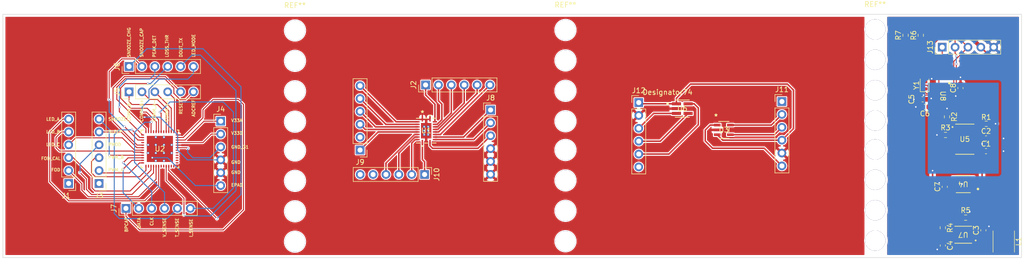
<source format=kicad_pcb>
(kicad_pcb (version 20241229) (generator "pcbnew") (generator_version "9.0")
  (layers (0 "F.Cu" signal) (2 "B.Cu" signal) (13 "F.Paste" user) (15 "B.Paste" user) (5 "F.SilkS" user "F.Silkscreen") (7 "B.SilkS" user "B.Silkscreen") (1 "F.Mask" user) (3 "B.Mask" user) (25 "Edge.Cuts" user))
  (net 0 "")
  (net 1 "Net-(J1-Pin_6)")
  (net 2 "Net-(J1-Pin_2)")
  (net 3 "Net-(J6-Pin_6)")
  (net 4 "Net-(J1-Pin_4)")
  (net 5 "Net-(J6-Pin_1)")
  (net 6 "Net-(J4-Pin_6)")
  (net 7 "Net-(J5-Pin_4)")
  (net 8 "Net-(J7-Pin_3)")
  (net 9 "Net-(J6-Pin_4)")
  (net 10 "Net-(J7-Pin_4)")
  (net 11 "Net-(J7-Pin_1)")
  (net 12 "Net-(J3-Pin_6)")
  (net 13 "Net-(J3-Pin_4)")
  (net 14 "Net-(J7-Pin_5)")
  (net 15 "Net-(J7-Pin_6)")
  (net 16 "Net-(J6-Pin_5)")
  (net 17 "Net-(J5-Pin_3)")
  (net 18 "Net-(J5-Pin_1)")
  (net 19 "Net-(J7-Pin_2)")
  (net 20 "Net-(J1-Pin_3)")
  (net 21 "Net-(J1-Pin_5)")
  (net 22 "Net-(J6-Pin_2)")
  (net 23 "Net-(J5-Pin_5)")
  (net 24 "Net-(J5-Pin_2)")
  (net 25 "Net-(J6-Pin_3)")
  (net 26 "Net-(J4-Pin_3)")
  (net 29 "V33D")
  (net 30 "V33A")
  (net 31 "Net-(J5-Pin_6)")
  (net 46 "GND")
  (net 47 "Net-(J2-Pin_4)")
  (net 48 "Net-(J2-Pin_5)")
  (net 49 "Net-(J2-Pin_1)")
  (net 50 "Net-(J2-Pin_6)")
  (net 51 "Net-(J2-Pin_3)")
  (net 52 "Net-(J2-Pin_2)")
  (net 53 "Net-(J8-Pin_2)")
  (net 54 "Net-(J8-Pin_3)")
  (net 55 "Net-(J8-Pin_1)")
  (net 56 "Net-(J9-Pin_1)")
  (net 57 "Net-(J10-Pin_2)")
  (net 58 "Net-(U8B-VCORE)")
  (net 59 "Net-(J10-Pin_3)")
  (net 60 "Net-(J10-Pin_4)")
  (net 61 "Net-(J11-Pin_3)")
  (net 62 "Net-(J11-Pin_6)")
  (net 63 "Net-(J11-Pin_4)")
  (net 64 "Net-(J11-Pin_2)")
  (net 65 "Net-(J12-Pin_4)")
  (net 66 "Net-(J12-Pin_3)")
  (net 67 "Net-(J9-Pin_3)")
  (net 68 "Net-(J10-Pin_1)")
  (net 69 "+1V8")
  (net 70 "RST")
  (net 71 "HOST_SDA")
  (net 72 "HOST_SCL")
  (net 73 "HR_INT")
  (net 74 "+5V")
  (net 75 "+3.3V")
  (net 76 "Net-(L1-Pad2)")
  (net 77 "SSR_SCL")
  (net 78 "SSR_SDA")
  (net 80 "Net-(U7-FB)")
  (net 94 "Net-(U8A-32KIN)")
  (net 98 "Net-(U8A-32KOUT)")
  (net 104 "Net-(J9-Pin_5)")
  (net 105 "Net-(J9-Pin_4)")
  (net 109 "Net-(J12-Pin_5)")
  (net 111 "Net-(J3-Pin_2)")
  (net 112 "Net-(J3-Pin_3)")
  (footprint "Connector_PinHeader_2.54mm:PinHeader_1x06_P2.54mm_Vertical" (layer "F.Cu") (at 61 98.65 180)
    (property "Reference" "J3")
    (property "Value" "Conn_01x06")
  )
  (footprint "" (layer "F.Cu") (at 153.03 92.05)
    (property "Reference" "")
    (property "Value" "")
  )
  (footprint "" (layer "F.Cu") (at 214.15 97.93)
    (property "Reference" "")
    (property "Value" "")
  )
  (footprint "Crystal:Crystal_SMD_2012-2Pin_2.0x1.2mm" (layer "F.Cu") (at 223.89 79.29 90)
    (property "Reference" "Y1")
    (property "Value" "32k768")
  )
  (footprint "Resistor_SMD:R_0603_1608Metric" (layer "F.Cu") (at 227.49 107.395002 -90)
    (property "Reference" "R4")
    (property "Value" "750K")
  )
  (footprint "" (layer "F.Cu") (at 153.03 110.05)
    (property "Reference" "")
    (property "Value" "")
  )
  (footprint "MountingHole:MountingHole_4mm" (layer "F.Cu") (at 153.03 68.37)
    (property "Reference" "REF**")
    (property "Value" "MountingHole_4mm")
  )
  (footprint "Connector_PinHeader_2.54mm:PinHeader_1x06_P2.54mm_Vertical" (layer "F.Cu") (at 167.49 82.69)
    (property "Reference" "J12")
    (property "Value" "Conn_01x06")
  )
  (footprint "Capacitor_SMD:C_0603_1608Metric" (layer "F.Cu") (at 230.9709 79.83 90)
    (property "Reference" "C8")
    (property "Value" "1u")
  )
  (footprint "PTPS7A2018PDBVR:DBV0005A-IPC_A" (layer "F.Cu") (at 231.52 98.77 180)
    (property "Reference" "U4")
    (property "Value" "PTPS7A2018PDBVR")
  )
  (footprint "MountingHole:MountingHole_4mm" (layer "F.Cu") (at 214.15 68.25)
    (property "Reference" "REF**")
    (property "Value" "MountingHole_4mm")
  )
  (footprint "" (layer "F.Cu") (at 99.66 86.46)
    (property "Reference" "")
    (property "Value" "")
  )
  (footprint "Connector_PinHeader_2.54mm:PinHeader_1x06_P2.54mm_Vertical" (layer "F.Cu") (at 112.5 92.06 180)
    (property "Reference" "J9")
    (property "Value" "Conn_01x06")
  )
  (footprint "Connector_PinHeader_2.54mm:PinHeader_1x06_P2.54mm_Vertical" (layer "F.Cu") (at 125.23 96.880001 -90)
    (property "Reference" "J10")
    (property "Value" "Conn_01x06")
  )
  (footprint "" (layer "F.Cu") (at 214.15 86.25)
    (property "Reference" "")
    (property "Value" "")
  )
  (footprint "Capacitor_SMD:C_0603_1608Metric" (layer "F.Cu") (at 227.49 110.895002 -90)
    (property "Reference" "C4")
    (property "Value" "22u")
  )
  (footprint "" (layer "F.Cu") (at 99.66 98.14)
    (property "Reference" "")
    (property "Value" "")
  )
  (footprint "" (layer "F.Cu") (at 99.66 92.14)
    (property "Reference" "")
    (property "Value" "")
  )
  (footprint "MountingHole:MountingHole_4mm" (layer "F.Cu") (at 99.66 68.46)
    (property "Reference" "REF**")
    (property "Value" "MountingHole_4mm")
  )
  (footprint "Capacitor_SMD:C_0603_1608Metric" (layer "F.Cu") (at 223.95 83.55 180)
    (property "Reference" "C6")
    (property "Value" "1u")
  )
  (footprint "" (layer "F.Cu") (at 214.15 91.93)
    (property "Reference" "")
    (property "Value" "")
  )
  (footprint "PTPS7A2018PDBVR:DBV0005A-IPC_A" (layer "F.Cu") (at 176.079517 83.880001)
    (property "Reference" "U6")
    (property "Value" "PTPS7A2018PDBVR")
  )
  (footprint "Connector_PinHeader_2.54mm:PinHeader_1x06_P2.54mm_Vertical" (layer "F.Cu") (at 195.74 82.49)
    (property "Reference" "J11")
    (property "Value" "Conn_01x06")
  )
  (footprint "Connector_PinHeader_2.54mm:PinHeader_1x06_P2.54mm_Vertical" (layer "F.Cu") (at 66.3 103.57 90)
    (property "Reference" "J7")
    (property "Value" "Conn_01x06")
  )
  (footprint "Resistor_SMD:R_0603_1608Metric" (layer "F.Cu") (at 228.32 85.5 -90)
    (property "Reference" "R2")
    (property "Value" "4K7")
  )
  (footprint "" (layer "F.Cu") (at 99.66 80.46)
    (property "Reference" "")
    (property "Value" "")
  )
  (footprint "Capacitor_SMD:C_0603_1608Metric" (layer "F.Cu") (at 236.01 92.28)
    (property "Reference" "C1")
    (property "Value" "10u")
  )
  (footprint "Resistor_SMD:R_0603_1608Metric" (layer "F.Cu") (at 228.02 89.08)
    (property "Reference" "R3")
    (property "Value" "4K7")
  )
  (footprint "Connector_PinHeader_2.54mm:PinHeader_1x06_P2.54mm_Vertical" (layer "F.Cu") (at 55 98.65 180)
    (property "Reference" "J1")
    (property "Value" "Conn_01x06")
  )
  (footprint "Inductor_SMD:L_APV_ANR4030" (layer "F.Cu") (at 239.51 110.11 -90)
    (property "Reference" "L1")
    (property "Value" "2u2")
  )
  (footprint "Connector_PinHeader_2.54mm:PinHeader_1x05_P2.54mm_Vertical" (layer "F.Cu") (at 227.37 71.76 90)
    (property "Reference" "J13")
    (property "Value" "Conn_01x05_Pin")
  )
  (footprint "" (layer "F.Cu") (at 214.15 109.93)
    (property "Reference" "")
    (property "Value" "")
  )
  (footprint "" (layer "F.Cu") (at 99.66 110.14)
    (property "Reference" "")
    (property "Value" "")
  )
  (footprint "PAM2401YPADJ:SON12_U-DFN3030-12_DIO-M" (layer "F.Cu") (at 231.52 108.77 180)
    (property "Reference" "U7")
    (property "Value" "PAM2401YPADJ")
  )
  (footprint "Capacitor_SMD:C_0603_1608Metric" (layer "F.Cu") (at 223.51 82.05 180)
    (property "Reference" "C5")
    (property "Value" "1u")
  )
  (footprint "" (layer "F.Cu") (at 153.03 80.37)
    (property "Reference" "")
    (property "Value" "")
  )
  (footprint "Resistor_SMD:R_0603_1608Metric" (layer "F.Cu") (at 231.99 105.395002)
    (property "Reference" "R5")
    (property "Value" "100K")
  )
  (footprint "Capacitor_SMD:C_0603_1608Metric" (layer "F.Cu") (at 236.02 89.77)
    (property "Reference" "C2")
    (property "Value" "100n")
  )
  (footprint "Connector_PinHeader_2.54mm:PinHeader_1x06_P2.54mm_Vertical" (layer "F.Cu") (at 66.92 80.57 90)
    (property "Reference" "J5")
    (property "Value" "Conn_01x06")
  )
  (footprint "Connector_PinHeader_2.54mm:PinHeader_1x06_P2.54mm_Vertical" (layer "F.Cu") (at 138.25 84.15)
    (property "Reference" "J8")
    (property "Value" "Conn_01x06")
  )
  (footprint "Resistor_SMD:R_0603_1608Metric" (layer "F.Cu") (at 223.14 69.415 90)
    (property "Reference" "R6")
    (property "Value" "4K7")
  )
  (footprint "" (layer "F.Cu") (at 214.15 103.93)
    (property "Reference" "")
    (property "Value" "")
  )
  (footprint "" (layer "F.Cu") (at 153.03 74.37)
    (property "Reference" "")
    (property "Value" "")
  )
  (footprint "Capacitor_SMD:C_0603_1608Metric" (layer "F.Cu") (at 227.869517 99.319999 90)
    (property "Reference" "C7")
    (property "Value" "1u")
  )
  (footprint "" (layer "F.Cu") (at 99.66 104.14)
    (property "Reference" "")
    (property "Value" "")
  )
  (footprint "BQ51013ARHLR:RHL20_2P05X3P05" (layer "F.Cu") (at 125.5463 88.24)
    (property "Reference" "U1")
    (property "Value" "BQ51013ARHLR")
  )
  (footprint "" (layer "F.Cu") (at 153.03 104.05)
    (property "Reference" "")
    (property "Value" "")
  )
  (footprint "Connector_PinHeader_2.54mm:PinHeader_1x06_P2.54mm_Vertical" (layer "F.Cu") (at 66.92 75.57 90)
    (property "Reference" "J6")
    (property "Value" "Conn_01x06")
  )
  (footprint "" (layer "F.Cu") (at 214.15 80.25)
    (property "Reference" "")
    (property "Value" "")
  )
  (footprint "Connector_PinHeader_2.54mm:PinHeader_1x06_P2.54mm_Vertical" (layer "F.Cu") (at 125.43 79.210001 90)
    (property "Reference" "J2")
    (property "Value" "Conn_01x06")
  )
  (footprint "" (layer "F.Cu") (at 153.03 86.37)
    (property "Reference" "")
    (property "Value" "")
  )
  (footprint "Capacitor_SMD:C_0603_1608Metric" (layer "F.Cu") (at 235.49 107.895002 90)
    (property "Reference" "C3")
    (property "Value" "10u")
  )
  (footprint "MCP73831T-2ACI-OT:SOT-23-5_MC_MCH" (layer "F.Cu") (at 184.2746 88.080001)
    (property "Reference" "U3")
    (property "Value" "MCP73831T-2ACI/OT")
  )
  (footprint "BQ500212ARGZT:RGZ0048A" (layer "F.Cu") (at 73 91.84)
    (property "Reference" "U2")
    (property "Value" "BQ500212ARGZT")
  )
  (footprint "MAX32664GTGA-T:21-100264_T2433&plus_2C_MXM" (layer "F.Cu") (at 227.51 81.4 -90)
    (property "Reference" "U8")
    (property "Value" "MAX32664GTGA+T")
  )
  (footprint "Resistor_SMD:R_0603_1608Metric" (layer "F.Cu") (at 220.14 69.415 90)
    (property "Reference" "R7")
    (property "Value" "4K7")
  )
  (footprint "MAX30101EFD-:21-1048_F143A5&plus_1_MXM" (layer "F.Cu") (at 231.825999 89.920001)
    (property "Reference" "U5")
    (property "Value" "MAX30101EFD+")
  )
  (footprint "" (layer "F.Cu") (at 214.15 74.25)
    (property "Reference" "")
    (property "Value" "")
  )
  (footprint "" (layer "F.Cu") (at 99.66 74.46)
    (property "Reference" "")
    (property "Value" "")
  )
  (footprint "Resistor_SMD:R_0603_1608Metric" (layer "F.Cu") (at 236.05 86.88 180)
    (property "Reference" "R1")
    (property "Value" "4K7")
  )
  (footprint "Connector_PinHeader_2.54mm:PinHeader_1x06_P2.54mm_Vertical" (layer "F.Cu") (at 85 86.37)
    (property "Reference" "J4")
    (property "Value" "Alim")
  )
  (footprint "" (layer "F.Cu") (at 153.03 98.05)
    (property "Reference" "")
    (property "Value" "")
  )
  (gr_rect (start 232.595 90.77) (end 233.445 91.42) (stroke (width 0.001)) (fill yes) (layer "F.Cu") (net 74))
  (gr_rect (start 229.57 108.445) (end 230.52 109.095) (stroke (width 0.001)) (fill yes) (layer "F.Cu") (net 74))
  (gr_rect (start 229.57 109.345) (end 230.52 109.995) (stroke (width 0.001)) (fill yes) (layer "F.Cu") (net 46))
  (gr_rect (start 226.22 82.83) (end 226.41 83.46) (stroke (width 0.001)) (fill yes) (layer "F.Cu") (net 78))
  (gr_poly (pts (xy 225.7044 80.0984) (xy 225.56 80.0984) (xy 225.5 80.28) (xy 225.73 80.3)) (stroke (width 0.001)) (fill yes) (layer "F.Cu") (net 46))
  (gr_rect (start 232.51 108.445) (end 233.46 109.095) (stroke (width 0.001)) (fill yes) (layer "F.Cu") (net 75))
  (gr_rect (start 42.02 65.27) (end 243.02 113.27) (stroke (width 0.1)) (fill no) (layer "Edge.Cuts"))
  (gr_text "V_SENSE" (at 74.25 109.32 90) (layer "F.SilkS") (effects (font (size 0.6 0.6) (thickness 0.125)) (justify left bottom)))
  (gr_text "PMOD" (at 62.75 91.32 0) (layer "F.SilkS") (effects (font (size 0.6 0.6) (thickness 0.125)) (justify left bottom)))
  (gr_text "I_SENSE" (at 79.5 109.32 90) (layer "F.SilkS") (effects (font (size 0.6 0.6) (thickness 0.125)) (justify left bottom)))
  (gr_text "LED_MODE" (at 80 73.82 90) (layer "F.SilkS") (effects (font (size 0.6 0.6) (thickness 0.125)) (justify left bottom)))
  (gr_text "DATA" (at 69.25 107.57 90) (layer "F.SilkS") (effects (font (size 0.6 0.6) (thickness 0.125)) (justify left bottom)))
  (gr_text "GND" (at 87 96.82 0) (layer "F.SilkS") (effects (font (size 0.6 0.6) (thickness 0.125)) (justify left bottom)))
  (gr_text "LOSS_THR" (at 74.75 73.82 90) (layer "F.SilkS") (effects (font (size 0.6 0.6) (thickness 0.125)) (justify left bottom)))
  (gr_text "RESET" (at 77.5 85.07 90) (layer "F.SilkS") (effects (font (size 0.6 0.6) (thickness 0.125)) (justify left bottom)))
  (gr_text "LED_A" (at 50.5 86.32 0) (layer "F.SilkS") (effects (font (size 0.6 0.6) (thickness 0.125)) (justify left bottom)))
  (gr_text "GND" (at 87 94.82 0) (layer "F.SilkS") (effects (font (size 0.6 0.6) (thickness 0.125)) (justify left bottom)))
  (gr_text "COMM_A-" (at 72.25 86.57 90) (layer "F.SilkS") (effects (font (size 0.6 0.6) (thickness 0.125)) (justify left bottom)))
  (gr_text "DOUT_TX" (at 77.5 73.82 90) (layer "F.SilkS") (effects (font (size 0.6 0.6) (thickness 0.125)) (justify left bottom)))
  (gr_text "EPAD" (at 87 99.32 0) (layer "F.SilkS") (effects (font (size 0.6 0.6) (thickness 0.125)) (justify left bottom)))
  (gr_text "PEAK_DET" (at 72.25 73.82 90) (layer "F.SilkS") (effects (font (size 0.6 0.6) (thickness 0.125)) (justify left bottom)))
  (gr_text "PWM_B" (at 62.75 93.82 0) (layer "F.SilkS") (effects (font (size 0.6 0.6) (thickness 0.125)) (justify left bottom)))
  (gr_text "FOD" (at 51.5 96.32 0) (layer "F.SilkS") (effects (font (size 0.6 0.6) (thickness 0.125)) (justify left bottom)))
  (gr_text "LED_B" (at 50.5 88.82 0) (layer "F.SilkS") (effects (font (size 0.6 0.6) (thickness 0.125)) (justify left bottom)))
  (gr_text "T_SENSE" (at 76.75 109.32 90) (layer "F.SilkS") (effects (font (size 0.6 0.6) (thickness 0.125)) (justify left bottom)))
  (gr_text "BPCAP" (at 66.75 108.32 90) (layer "F.SilkS") (effects (font (size 0.6 0.6) (thickness 0.125)) (justify left bottom)))
  (gr_text "GND_31" (at 87 91.82 0) (layer "F.SilkS") (effects (font (size 0.6 0.6) (thickness 0.125)) (justify left bottom)))
  (gr_text "ADCREF" (at 80 85.57 90) (layer "F.SilkS") (effects (font (size 0.6 0.6) (thickness 0.125)) (justify left bottom)))
  (gr_text "CLK" (at 71.75 107.07 90) (layer "F.SilkS") (effects (font (size 0.6 0.6) (thickness 0.125)) (justify left bottom)))
  (gr_text "SNOOZE_CHG" (at 67.25 73.82 90) (layer "F.SilkS") (effects (font (size 0.6 0.6) (thickness 0.125)) (justify left bottom)))
  (gr_text "SNOOZE_CAP" (at 69.75 73.82 90) (layer "F.SilkS") (effects (font (size 0.6 0.6) (thickness 0.125)) (justify left bottom)))
  (gr_text "SLEEP" (at 62.75 88.82 0) (layer "F.SilkS") (effects (font (size 0.6 0.6) (thickness 0.125)) (justify left bottom)))
  (gr_text "SNOOZE" (at 62.75 86.32 0) (layer "F.SilkS") (effects (font (size 0.6 0.6) (thickness 0.125)) (justify left bottom)))
  (gr_text "COMM_B+" (at 69.75 86.57 90) (layer "F.SilkS") (effects (font (size 0.6 0.6) (thickness 0.125)) (justify left bottom)))
  (gr_text "V33D" (at 87 89.07 0) (layer "F.SilkS") (effects (font (size 0.6 0.6) (thickness 0.125)) (justify left bottom)))
  (gr_text "LED_C" (at 50.5 91.32 0) (layer "F.SilkS") (effects (font (size 0.6 0.6) (thickness 0.125)) (justify left bottom)))
  (gr_text "FOD_CAL" (at 49.5 94.07 0) (layer "F.SilkS") (effects (font (size 0.6 0.6) (thickness 0.125)) (justify left bottom)))
  (gr_text "PWM_A" (at 62.75 96.32 0) (layer "F.SilkS") (effects (font (size 0.6 0.6) (thickness 0.125)) (justify left bottom)))
  (gr_text "V33A" (at 87 86.57 0) (layer "F.SilkS") (effects (font (size 0.6 0.6) (thickness 0.125)) (justify left bottom)))
  (gr_text "COMM_A+" (at 74.75 86.57 90) (layer "F.SilkS") (effects (font (size 0.6 0.6) (thickness 0.125)) (justify left bottom)))
  (gr_text "COMM_B-" (at 67.25 86.57 90) (layer "F.SilkS") (effects (font (size 0.6 0.6) (thickness 0.125)) (justify left bottom)))
  (segment (start 70 102.07) (end 72.75 99.32) (width 0.2) (layer "F.Cu") (net 1))
  (segment (start 51.25 98.32) (end 55 102.07) (width 0.2) (layer "F.Cu") (net 1))
  (segment (start 55 85.95) (end 53.87 85.95) (width 0.2) (layer "F.Cu") (net 1))
  (segment (start 51.25 88.57) (end 51.25 98.32) (width 0.2) (layer "F.Cu") (net 1))
  (segment (start 55 102.07) (end 70 102.07) (width 0.2) (layer "F.Cu") (net 1))
  (segment (start 53.87 85.95) (end 51.25 88.57) (width 0.2) (layer "F.Cu") (net 1))
  (segment (start 72.75 99.32) (end 72.75 95.24) (width 0.2) (layer "F.Cu") (net 1))
  (segment (start 55 96.11) (end 57.6 98.71) (width 0.2) (layer "F.Cu") (net 2))
  (segment (start 68.810135 101.259865) (end 72.25 97.82) (width 0.2) (layer "F.Cu") (net 2))
  (segment (start 72.25 97.82) (end 72.25 95.24) (width 0.2) (layer "F.Cu") (net 2))
  (segment (start 57.6 98.71) (end 57.6 99.985686) (width 0.2) (layer "F.Cu") (net 2))
  (segment (start 57.6 99.985686) (end 58.874179 101.259865) (width 0.2) (layer "F.Cu") (net 2))
  (segment (start 58.874179 101.259865) (end 68.810135 101.259865) (width 0.2) (layer "F.Cu") (net 2))
  (segment (start 72.25 88.44) (end 72.302224 88.387776) (width 0.2) (layer "F.Cu") (net 3))
  (segment (start 72.302224 86.519324) (end 70.3529 84.57) (width 0.2) (layer "F.Cu") (net 3))
  (segment (start 70.3529 84.57) (end 69.5 84.57) (width 0.2) (layer "F.Cu") (net 3))
  (segment (start 72.302224 88.387776) (end 72.302224 86.519324) (width 0.2) (layer "F.Cu") (net 3))
  (via (at 69.5 84.57) (size 0.41) (drill 0.3) (layers "F.Cu" "B.Cu") (net 3))
  (segment (start 78.5 78.07) (end 79.62 76.95) (width 0.2) (layer "B.Cu") (net 3))
  (segment (start 69.5 84.57) (end 69.5 83.57) (width 0.2) (layer "B.Cu") (net 3))
  (segment (start 70.849 82.221) (end 70.849 80.09324) (width 0.2) (layer "B.Cu") (net 3))
  (segment (start 69.5 83.57) (end 70.849 82.221) (width 0.2) (layer "B.Cu") (net 3))
  (segment (start 70.849 80.09324) (end 72.87224 78.07) (width 0.2) (layer "B.Cu") (net 3))
  (segment (start 79.62 76.95) (end 79.62 75.57) (width 0.2) (layer "B.Cu") (net 3))
  (segment (start 72.87224 78.07) (end 78.5 78.07) (width 0.2) (layer "B.Cu") (net 3))
  (segment (start 56.389 89.641) (end 65.571 89.641) (width 0.2) (layer "F.Cu") (net 4))
  (segment (start 65.571 89.641) (end 68.02 92.09) (width 0.2) (layer "F.Cu") (net 4))
  (segment (start 55 91.03) (end 56.389 89.641) (width 0.2) (layer "F.Cu") (net 4))
  (segment (start 68.02 92.09) (end 69.6 92.09) (width 0.2) (layer "F.Cu") (net 4))
  (segment (start 74.75 95.24) (end 74.75 96.07) (width 0.2) (layer "F.Cu") (net 5))
  (segment (start 74.75 96.07) (end 84.25 105.57) (width 0.2) (layer "F.Cu") (net 5))
  (via (at 84.25 105.57) (size 0.41) (drill 0.3) (layers "F.Cu" "B.Cu") (net 5))
  (segment (start 81.5 72.07) (end 70.42 72.07) (width 0.2) (layer "B.Cu") (net 5))
  (segment (start 84.25 105.57) (end 89 100.82) (width 0.2) (layer "B.Cu") (net 5))
  (segment (start 70.42 72.07) (end 66.92 75.57) (width 0.2) (layer "B.Cu") (net 5))
  (segment (start 89 100.82) (end 89 79.57) (width 0.2) (layer "B.Cu") (net 5))
  (segment (start 89 79.57) (end 81.5 72.07) (width 0.2) (layer "B.Cu") (net 5))
  (via (at 71.5 93.57) (size 0.41) (drill 0.3) (layers "F.Cu" "B.Cu") (net 6))
  (segment (start 74.5 93.57) (end 80 99.07) (width 0.2) (layer "B.Cu") (net 6))
  (segment (start 71.5 93.57) (end 74.5 93.57) (width 0.2) (layer "B.Cu") (net 6))
  (segment (start 80 99.07) (end 85 99.07) (width 0.2) (layer "B.Cu") (net 6))
  (segment (start 75.869999 88.320001) (end 75.75 88.44) (width 0.2) (layer "F.Cu") (net 7))
  (segment (start 74.54 80.57) (end 75.869999 81.899999) (width 0.2) (layer "F.Cu") (net 7))
  (segment (start 75.869999 81.899999) (end 75.869999 88.320001) (width 0.2) (layer "F.Cu") (net 7))
  (segment (start 69.6 93.59) (end 66.73 93.59) (width 0.2) (layer "F.Cu") (net 8))
  (segment (start 66.73 93.59) (end 65.75 94.57) (width 0.2) (layer "F.Cu") (net 8))
  (via (at 65.75 94.57) (size 0.41) (drill 0.3) (layers "F.Cu" "B.Cu") (net 8))
  (segment (start 71.38 103.57) (end 71.38 100.2) (width 0.2) (layer "B.Cu") (net 8))
  (segment (start 71.38 100.2) (end 65.75 94.57) (width 0.2) (layer "B.Cu") (net 8))
  (segment (start 65.25 81.82) (end 65.25 79.82) (width 0.2) (layer "F.Cu") (net 9))
  (segment (start 70.5 83.82) (end 67.25 83.82) (width 0.2) (layer "F.Cu") (net 9))
  (segment (start 67.25 83.82) (end 65.25 81.82) (width 0.2) (layer "F.Cu") (net 9))
  (segment (start 72.75 88.44) (end 72.75 86.07) (width 0.2) (layer "F.Cu") (net 9))
  (segment (start 66.125 78.945) (end 70.625 78.945) (width 0.2) (layer "F.Cu") (net 9))
  (segment (start 72.75 86.07) (end 70.5 83.82) (width 0.2) (layer "F.Cu") (net 9))
  (segment (start 65.25 79.82) (end 66.125 78.945) (width 0.2) (layer "F.Cu") (net 9))
  (via (at 70.625 78.945) (size 0.41) (drill 0.3) (layers "F.Cu" "B.Cu") (net 9))
  (segment (start 71.165 78.945) (end 70.625 78.945) (width 0.2) (layer "B.Cu") (net 9))
  (segment (start 74.54 75.57) (end 71.165 78.945) (width 0.2) (layer "B.Cu") (net 9))
  (segment (start 71.25 86.82) (end 71.25 88.44) (width 0.2) (layer "F.Cu") (net 10))
  (segment (start 71.35 86.57) (end 71.35 86.72) (width 0.2) (layer "F.Cu") (net 10))
  (segment (start 71.35 86.72) (end 71.25 86.82) (width 0.2) (layer "F.Cu") (net 10))
  (via (at 71.35 86.57) (size 0.41) (drill 0.3) (layers "F.Cu" "B.Cu") (net 10))
  (segment (start 70 86.57) (end 68 88.57) (width 0.2) (layer "B.Cu") (net 10))
  (segment (start 68 88.57) (end 68 94.504314) (width 0.2) (layer "B.Cu") (net 10))
  (segment (start 73.92 100.424315) (end 73.92 103.57) (width 0.2) (layer "B.Cu") (net 10))
  (segment (start 68 94.504314) (end 73.92 100.424315) (width 0.2) (layer "B.Cu") (net 10))
  (segment (start 71.35 86.57) (end 70 86.57) (width 0.2) (layer "B.Cu") (net 10))
  (segment (start 89.5 83.07) (end 88.5 82.07) (width 0.2) (layer "F.Cu") (net 11))
  (segment (start 77.604056 89.59) (end 76.4 89.59) (width 0.2) (layer "F.Cu") (net 11))
  (segment (start 89.5 103.82) (end 89.5 83.07) (width 0.2) (layer "F.Cu") (net 11))
  (segment (start 81.5 85.694056) (end 77.604056 89.59) (width 0.2) (layer "F.Cu") (net 11))
  (segment (start 69 107.82) (end 85.5 107.82) (width 0.2) (layer "F.Cu") (net 11))
  (segment (start 88.5 82.07) (end 83.5 82.07) (width 0.2) (layer "F.Cu") (net 11))
  (segment (start 81.5 84.07) (end 81.5 85.694056) (width 0.2) (layer "F.Cu") (net 11))
  (segment (start 85.5 107.82) (end 89.5 103.82) (width 0.2) (layer "F.Cu") (net 11))
  (segment (start 66.3 105.12) (end 69 107.82) (width 0.2) (layer "F.Cu") (net 11))
  (segment (start 66.3 103.57) (end 66.3 105.12) (width 0.2) (layer "F.Cu") (net 11))
  (segment (start 83.5 82.07) (end 81.5 84.07) (width 0.2) (layer "F.Cu") (net 11))
  (segment (start 63.02 93.09) (end 63 93.07) (width 0.2) (layer "F.Cu") (net 12))
  (segment (start 69.6 93.09) (end 63.02 93.09) (width 0.2) (layer "F.Cu") (net 12))
  (via (at 63 93.07) (size 0.41) (drill 0.3) (layers "F.Cu" "B.Cu") (net 12))
  (segment (start 63 87.95) (end 61 85.95) (width 0.2) (layer "B.Cu") (net 12))
  (segment (start 63 93.07) (end 63 87.95) (width 0.2) (layer "B.Cu") (net 12))
  (segment (start 59.5 100.82) (end 58.5 99.82) (width 0.2) (layer "F.Cu") (net 13))
  (segment (start 65.3529 88.49) (end 68.4529 91.59) (width 0.2) (layer "F.Cu") (net 13))
  (segment (start 58.5 99.82) (end 58.5 97.76) (width 0.2) (layer "F.Cu") (net 13))
  (segment (start 71.75 96.57) (end 67.5 100.82) (width 0.2) (layer "F.Cu") (net 13))
  (segment (start 69.6 91.59) (end 68.4529 91.59) (width 0.2) (layer "F.Cu") (net 13))
  (segment (start 67.5 100.82) (end 59.5 100.82) (width 0.2) (layer "F.Cu") (net 13))
  (segment (start 61 88.49) (end 65.3529 88.49) (width 0.2) (layer "F.Cu") (net 13))
  (segment (start 71.75 95.24) (end 71.75 96.57) (width 0.2) (layer "F.Cu") (net 13))
  (segment (start 58.5 97.76) (end 57.25 96.51) (width 0.2) (layer "F.Cu") (net 13))
  (via (at 57.25 96.51) (size 0.41) (drill 0.3) (layers "F.Cu" "B.Cu") (net 13))
  (segment (start 61 91.03) (end 57.25 94.78) (width 0.2) (layer "B.Cu") (net 13))
  (segment (start 57.25 94.78) (end 57.25 96.51) (width 0.2) (layer "B.Cu") (net 13))
  (segment (start 69.02 89.59) (end 69.6 89.59) (width 0.2) (layer "F.Cu") (net 14))
  (segment (start 67.5 88.07) (end 69.02 89.59) (width 0.2) (layer "F.Cu") (net 14))
  (via (at 67.5 88.07) (size 0.41) (drill 0.3) (layers "F.Cu" "B.Cu") (net 14))
  (segment (start 64 104.57) (end 64 89.07) (width 0.2) (layer "B.Cu") (net 14))
  (segment (start 64 89.07) (end 65 88.07) (width 0.2) (layer "B.Cu") (net 14))
  (segment (start 65 88.07) (end 67.5 88.07) (width 0.2) (layer "B.Cu") (net 14))
  (segment (start 65 105.57) (end 64 104.57) (width 0.2) (layer "B.Cu") (net 14))
  (segment (start 76.46 103.57) (end 74.46 105.57) (width 0.2) (layer "B.Cu") (net 14))
  (segment (start 74.46 105.57) (end 65 105.57) (width 0.2) (layer "B.Cu") (net 14))
  (segment (start 73.25 88.44) (end 73.171 88.44) (width 0.2) (layer "F.Cu") (net 15))
  (segment (start 73.25 88.44) (end 73.25 84.82) (width 0.2) (layer "F.Cu") (net 15))
  (segment (start 73.25 84.82) (end 73 84.57) (width 0.2) (layer "F.Cu") (net 15))
  (via (at 73 84.57) (size 0.41) (drill 0.3) (layers "F.Cu" "B.Cu") (net 15))
  (segment (start 87.5 99.57) (end 87.5 84.57) (width 0.2) (layer "B.Cu") (net 15))
  (segment (start 85.5 82.57) (end 75 82.57) (width 0.2) (layer "B.Cu") (net 15))
  (segment (start 79 103.57) (end 83.5 103.57) (width 0.2) (layer "B.Cu") (net 15))
  (segment (start 87.5 84.57) (end 85.5 82.57) (width 0.2) (layer "B.Cu") (net 15))
  (segment (start 83.5 103.57) (end 87.5 99.57) (width 0.2) (layer "B.Cu") (net 15))
  (segment (start 75 82.57) (end 73 84.57) (width 0.2) (layer "B.Cu") (net 15))
  (segment (start 77.75 101.57) (end 77.75 104.82) (width 0.2) (layer "F.Cu") (net 16))
  (segment (start 74.25 95.24) (end 74.25 98.07) (width 0.2) (layer "F.Cu") (net 16))
  (segment (start 74.25 98.07) (end 77.75 101.57) (width 0.2) (layer "F.Cu") (net 16))
  (via (at 77.75 104.82) (size 0.41) (drill 0.3) (layers "F.Cu" "B.Cu") (net 16))
  (segment (start 88 80.32) (end 81 73.32) (width 0.2) (layer "B.Cu") (net 16))
  (segment (start 83 105.07) (end 88 100.07) (width 0.2) (layer "B.Cu") (net 16))
  (segment (start 81 73.32) (end 79.33 73.32) (width 0.2) (layer "B.Cu") (net 16))
  (segment (start 79.33 73.32) (end 77.08 75.57) (width 0.2) (layer "B.Cu") (net 16))
  (segment (start 78 105.07) (end 83 105.07) (width 0.2) (layer "B.Cu") (net 16))
  (segment (start 77.75 104.82) (end 78 105.07) (width 0.2) (layer "B.Cu") (net 16))
  (segment (start 88 100.07) (end 88 80.32) (width 0.2) (layer "B.Cu") (net 16))
  (segment (start 72 80.57) (end 75.25 83.82) (width 0.2) (layer "F.Cu") (net 17))
  (segment (start 75.25 83.82) (end 75.25 88.44) (width 0.2) (layer "F.Cu") (net 17))
  (segment (start 67.500001 80.57) (end 66.92 80.57) (width 0.2) (layer "F.Cu") (net 18))
  (segment (start 66.92 80.57) (end 66.92 82.49) (width 0.2) (layer "F.Cu") (net 18))
  (segment (start 66.92 82.49) (end 67.5 83.07) (width 0.2) (layer "F.Cu") (net 18))
  (segment (start 72.5 83.07) (end 74.25 84.82) (width 0.2) (layer "F.Cu") (net 18))
  (segment (start 67.5 83.07) (end 72.5 83.07) (width 0.2) (layer "F.Cu") (net 18))
  (segment (start 74.25 84.82) (end 74.25 88.44) (width 0.2) (layer "F.Cu") (net 18))
  (segment (start 69.6 94.09) (end 67.48 94.09) (width 0.2) (layer "F.Cu") (net 19))
  (segment (start 67.48 94.09) (end 65.75 95.82) (width 0.2) (layer "F.Cu") (net 19))
  (via (at 65.75 95.82) (size 0.41) (drill 0.3) (layers "F.Cu" "B.Cu") (net 19))
  (segment (start 65.75 100.48) (end 65.75 95.82) (width 0.2) (layer "B.Cu") (net 19))
  (segment (start 68.84 103.57) (end 65.75 100.48) (width 0.2) (layer "B.Cu") (net 19))
  (segment (start 59.61 97.29) (end 59.61 99.54) (width 0.2) (layer "F.Cu") (net 20))
  (segment (start 71.25 96.01) (end 71.25 95.24) (width 0.2) (layer "F.Cu") (net 20))
  (segment (start 59.61 99.54) (end 60.21 100.14) (width 0.2) (layer "F.Cu") (net 20))
  (segment (start 67.12 100.14) (end 71.25 96.01) (width 0.2) (layer "F.Cu") (net 20))
  (segment (start 60.21 100.14) (end 67.12 100.14) (width 0.2) (layer "F.Cu") (net 20))
  (segment (start 55.89 93.57) (end 59.61 97.29) (width 0.2) (layer "F.Cu") (net 20))
  (segment (start 55 93.57) (end 55.89 93.57) (width 0.2) (layer "F.Cu") (net 20))
  (segment (start 55 88.49) (end 53.58 88.49) (width 0.2) (layer "F.Cu") (net 21))
  (segment (start 52.5 91.57) (end 53.19 92.26) (width 0.2) (layer "F.Cu") (net 21))
  (segment (start 69.183448 92.491) (end 69.203448 92.511) (width 0.2) (layer "F.Cu") (net 21))
  (segment (start 67.6229 92.26) (end 67.8539 92.491) (width 0.2) (layer "F.Cu") (net 21))
  (segment (start 53.58 88.49) (end 52.5 89.57) (width 0.2) (layer "F.Cu") (net 21))
  (segment (start 69.203448 92.511) (end 69.521 92.511) (width 0.2) (layer "F.Cu") (net 21))
  (segment (start 53.19 92.26) (end 67.6229 92.26) (width 0.2) (layer "F.Cu") (net 21))
  (segment (start 69.521 92.511) (end 69.6 92.59) (width 0.2) (layer "F.Cu") (net 21))
  (segment (start 67.8539 92.491) (end 69.183448 92.491) (width 0.2) (layer "F.Cu") (net 21))
  (segment (start 52.5 89.57) (end 52.5 91.57) (width 0.2) (layer "F.Cu") (net 21))
  (segment (start 69.46 75.57) (end 67.96 74.07) (width 0.2) (layer "F.Cu") (net 22))
  (segment (start 68.67 90.09) (end 66 87.42) (width 0.2) (layer "F.Cu") (net 22))
  (segment (start 67.96 74.07) (end 65.5 74.07) (width 0.2) (layer "F.Cu") (net 22))
  (segment (start 63 76.57) (end 63 82.07) (width 0.2) (layer "F.Cu") (net 22))
  (segment (start 69.6 90.09) (end 68.67 90.09) (width 0.2) (layer "F.Cu") (net 22))
  (segment (start 65.5 74.07) (end 63 76.57) (width 0.2) (layer "F.Cu") (net 22))
  (via (at 66 87.42) (size 0.41) (drill 0.3) (layers "F.Cu" "B.Cu") (net 22))
  (via (at 63 82.07) (size 0.41) (drill 0.3) (layers "F.Cu" "B.Cu") (net 22))
  (segment (start 63 84.57) (end 65.85 87.42) (width 0.2) (layer "B.Cu") (net 22))
  (segment (start 65.85 87.42) (end 66 87.42) (width 0.2) (layer "B.Cu") (net 22))
  (segment (start 63 82.07) (end 63 84.57) (width 0.2) (layer "B.Cu") (net 22))
  (segment (start 63.75 86.32) (end 68.52 91.09) (width 0.2) (layer "F.Cu") (net 23))
  (segment (start 68.52 91.09) (end 69.6 91.09) (width 0.2) (layer "F.Cu") (net 23))
  (segment (start 66 77.57) (end 63.75 79.82) (width 0.2) (layer "F.Cu") (net 23))
  (segment (start 77.08 80.57) (end 74.08 77.57) (width 0.2) (layer "F.Cu") (net 23))
  (segment (start 74.08 77.57) (end 66 77.57) (width 0.2) (layer "F.Cu") (net 23))
  (segment (start 63.75 79.82) (end 63.75 86.32) (width 0.2) (layer "F.Cu") (net 23))
  (segment (start 69.46 80.57) (end 70.96 82.07) (width 0.2) (layer "F.Cu") (net 24))
  (segment (start 72.5 82.07) (end 74.75 84.32) (width 0.2) (layer "F.Cu") (net 24))
  (segment (start 70.96 82.07) (end 72.5 82.07) (width 0.2) (layer "F.Cu") (net 24))
  (segment (start 74.75 84.32) (end 74.75 88.44) (width 0.2) (layer "F.Cu") (net 24))
  (segment (start 65 84.49) (end 65 83.57) (width 0.2) (layer "F.Cu") (net 25))
  (segment (start 69.6 89.09) (end 65 84.49) (width 0.2) (layer "F.Cu") (net 25))
  (via (at 65 83.57) (size 0.41) (drill 0.3) (layers "F.Cu" "B.Cu") (net 25))
  (segment (start 65 79.57) (end 66.5 78.07) (width 0.2) (layer "B.Cu") (net 25))
  (segment (start 71 78.07) (end 72 77.07) (width 0.2) (layer "B.Cu") (net 25))
  (segment (start 66.5 78.07) (end 71 78.07) (width 0.2) (layer "B.Cu") (net 25))
  (segment (start 65 83.57) (end 65 79.57) (width 0.2) (layer "B.Cu") (net 25))
  (segment (start 72 77.07) (end 72 75.57) (width 0.2) (layer "B.Cu") (net 25))
  (segment (start 78.4 91.59) (end 78.5 91.69) (width 0.2) (layer "F.Cu") (net 26))
  (segment (start 76.4 91.59) (end 78.4 91.59) (width 0.2) (layer "F.Cu") (net 26))
  (via (at 78.5 91.69) (size 0.41) (drill 0.3) (layers "F.Cu" "B.Cu") (net 26))
  (segment (start 82.88 93.57) (end 85 91.45) (width 0.2) (layer "B.Cu") (net 26))
  (segment (start 78.5 91.69) (end 78.5 92.57) (width 0.2) (layer "B.Cu") (net 26))
  (segment (start 79.5 93.57) (end 82.88 93.57) (width 0.2) (layer "B.Cu") (net 26))
  (segment (start 78.5 92.57) (end 79.5 93.57) (width 0.2) (layer "B.Cu") (net 26))
  (segment (start 76.4 90.59) (end 81.48 90.59) (width 0.2) (layer "F.Cu") (net 29))
  (segment (start 81.48 90.59) (end 83.16 88.91) (width 0.2) (layer "F.Cu") (net 29))
  (segment (start 83.16 88.91) (end 85 88.91) (width 0.2) (layer "F.Cu") (net 29))
  (segment (start 81.7 86.37) (end 85 86.37) (width 0.2) (layer "F.Cu") (net 30))
  (segment (start 76.4 90.09) (end 77.98 90.09) (width 0.2) (layer "F.Cu") (net 30))
  (segment (start 77.98 90.09) (end 81.7 86.37) (width 0.2) (layer "F.Cu") (net 30))
  (segment (start 79.62 80.57) (end 78.072241 82.117759) (width 0.2) (layer "F.Cu") (net 31))
  (segment (start 64.5 82.07) (end 70.25 87.82) (width 0.2) (layer "F.Cu") (net 31))
  (segment (start 77 82.117759) (end 75.75645 80.874209) (width 0.2) (layer "F.Cu") (net 31))
  (segment (start 70.25 87.82) (end 70.25 88.44) (width 0.2) (layer "F.Cu") (net 31))
  (segment (start 75.75645 79.81355) (end 73.9139 77.971) (width 0.2) (layer "F.Cu") (net 31))
  (segment (start 75.75645 80.874209) (end 75.75645 79.81355) (width 0.2) (layer "F.Cu") (net 31))
  (segment (start 64.5 79.6371) (end 64.5 82.07) (width 0.2) (layer "F.Cu") (net 31))
  (segment (start 78.072241 82.117759) (end 77 82.117759) (width 0.2) (layer "F.Cu") (net 31))
  (segment (start 66.1661 77.971) (end 64.5 79.6371) (width 0.2) (layer "F.Cu") (net 31))
  (segment (start 73.9139 77.971) (end 66.1661 77.971) (width 0.2) (layer "F.Cu") (net 31))
  (segment (start 234.0407 107.6293) (end 234.549998 107.120002) (width 0.3) (layer "F.Cu") (net 46))
  (segment (start 70 85.57) (end 70.5 85.57) (width 0.2) (layer "F.Cu") (net 46))
  (segment (start 230.631998 89.920001) (end 229.719999 89.920001) (width 0.3) (layer "F.Cu") (net 46))
  (segment (start 224.84 81.4) (end 226.06 81.4) (width 0.2) (layer "F.Cu") (net 46))
  (segment (start 236.795 89.77) (end 235.815 88.79) (width 0.3) (layer "F.Cu") (net 46))
  (segment (start 230.9709 79.055) (end 230.9709 77.71) (width 0.2) (layer "F.Cu") (net 46))
  (segment (start 224.67 81.23) (end 224.84 81.4) (width 0.2) (layer "F.Cu") (net 46))
  (segment (start 174.929034 83.880001) (end 168.839999 83.880001) (width 0.3) (layer "F.Cu") (net 46))
  (segment (start 222.735 82.05) (end 221.79 82.05) (width 0.2) (layer "F.Cu") (net 46))
  (segment (start 228.52 110.27) (end 228.895001 109.894999) (width 0.2) (layer "F.Cu") (net 46))
  (segment (start 227.869517 91.770483) (end 227.869517 98.544999) (width 0.3) (layer "F.Cu") (net 46))
  (segment (start 226.784999 98.544999) (end 226.78 98.54) (width 0.3) (layer "F.Cu") (net 46))
  (segment (start 233.02 89.120003) (end 232.189997 89.120003) (width 0.3) (layer "F.Cu") (net 46))
  (segment (start 227.869517 98.544999) (end 226.784999 98.544999) (width 0.3) (layer "F.Cu") (net 46))
  (segment (start 234.189997 89.120003) (end 233.02 89.120003) (width 0.3) (layer "F.Cu") (net 46))
  (segment (start 70.75 85.82) (end 70.75 88.44) (width 0.2) (layer "F.Cu") (net 46))
  (segment (start 223.68 81.23) (end 224.67 81.23) (width 0.2) (layer "F.Cu") (net 46))
  (segment (start 226.06 81.4) (end 227.51 81.4) (width 0.2) (layer "F.Cu") (net 46))
  (segment (start 232.99 107.6293) (end 234.0407 107.6293) (width 0.3) (layer "F.Cu") (net 46))
  (segment (start 232.815 105.395002) (end 232.815 106.275) (width 0.3) (layer "F.Cu") (net 46))
  (segment (start 193.89 90.8) (end 195.74 92.65) (width 0.3) (layer "F.Cu") (net 46))
  (segment (start 228.895001 109.894999) (end 230.05 109.894999) (width 0.2) (layer "F.Cu") (net 46))
  (segment (start 229.719999 89.920001) (end 227.869517 91.770483) (width 0.3) (layer "F.Cu") (net 46))
  (segment (start 232.189997 89.120003) (end 231.389999 89.920001) (width 0.3) (layer "F.Cu") (net 46))
  (segment (start 225.29 79.97) (end 225.5 80.18) (width 0.2) (layer "F.Cu") (net 46))
  (segment (start 228.119998 111.670002) (end 228.52 111.27) (width 0.2) (layer "F.Cu") (net 46))
  (segment (start 234.52 88.79) (end 234.189997 89.120003) (width 0.3) (layer "F.Cu") (net 46))
  (segment (start 228.52 111.27) (end 228.52 110.27) (width 0.2) (layer "F.Cu") (net 46))
  (segment (start 236.785 89.78) (end 236.795 89.77) (width 0.3) (layer "F.Cu") (net 46))
  (segment (start 232.670483 98.77) (end 231.29 98.77) (width 0.3) (layer "F.Cu") (net 46))
  (segment (start 236.589998 107.120002) (end 236.59 107.12) (width 0.3) (layer "F.Cu") (net 46))
  (segment (start 181.929999 88.080001) (end 181.46 88.55) (width 0.3) (layer "F.Cu") (net 46))
  (segment (start 223.175 83.55) (end 222.16 83.55) (width 0.2) (layer "F.Cu") (net 46))
  (segment (start 182.36 90.8) (end 193.89 90.8) (width 0.3) (layer "F.Cu") (net 46))
  (segment (start 227.49 111.670002) (end 228.119998 111.670002) (width 0.2) (layer "F.Cu") (net 46))
  (segment (start 182.9792 88.080001) (end 181.929999 88.080001) (width 0.3) (layer "F.Cu") (net 46))
  (segment (start 236.785 92.28) (end 239.47 92.28) (width 0.3) (layer "F.Cu") (net 46))
  (segment (start 236.795 89.77) (end 239.47 89.77) (width 0.3) (layer "F.Cu") (net 46))
  (segment (start 235.49 107.120002) (end 236.589998 107.120002) (width 0.3) (layer "F.Cu") (net 46))
  (segment (start 168.839999 83.880001) (end 167.49 85.23) (width 0.3) (layer "F.Cu") (net 46))
  (segment (start 181.46 88.55) (end 181.46 89.9) (width 0.3) (layer "F.Cu") (net 46))
  (segment (start 234.549998 107.120002) (end 235.49 107.120002) (width 0.3) (layer "F.Cu") (net 46))
  (segment (start 232.815 105.395002) (end 232.815 104.235) (width 0.3) (layer "F.Cu") (net 46))
  (segment (start 225.29 77.98) (end 225.29 79.97) (width 0.2) (layer "F.Cu") (net 46))
  (segment (start 232.815 104.235) (end 232.82 104.23) (width 0.3) (layer "F.Cu") (net 46))
  (segment (start 232.99 106.45) (end 232.99 107.6293) (width 0.3) (layer "F.Cu") (net 46))
  (segment (start 235.815 88.79) (end 234.52 88.79) (width 0.3) (layer "F.Cu") (net 46))
  (segment (start 181.46 89.9) (end 182.36 90.8) (width 0.3) (layer "F.Cu") (net 46))
  (segment (start 231.389999 89.920001) (end 230.631998 89.920001) (width 0.3) (layer "F.Cu") (net 46))
  (segment (start 232.815 106.275) (end 232.99 106.45) (width 0.3) (layer "F.Cu") (net 46))
  (segment (start 70.5 85.57) (end 70.75 85.82) (width 0.2) (layer "F.Cu") (net 46))
  (segment (start 227.49 111.670002) (end 226.390002 111.670002) (width 0.3) (layer "F.Cu") (net 46))
  (segment (start 84.92 94.07) (end 85 93.99) (width 0.2) (layer "F.Cu") (net 46))
  (segment (start 226.390002 111.670002) (end 226.39 111.67) (width 0.3) (layer "F.Cu") (net 46))
  (via (at 225.29 77.98) (size 0.41) (drill 0.3) (layers "F.Cu" "B.Cu") (net 46))
  (via (at 239.47 89.77) (size 0.41) (drill 0.3) (layers "F.Cu" "B.Cu") (net 46))
  (via (at 230.9709 77.71) (size 0.41) (drill 0.3) (layers "F.Cu" "B.Cu") (net 46))
  (via (at 223.68 81.23) (size 0.41) (drill 0.3) (layers "F.Cu" "B.Cu") (net 46))
  (via (at 231.29 98.77) (size 0.41) (drill 0.3) (layers "F.Cu" "B.Cu") (net 46))
  (via (at 236.59 107.12) (size 0.41) (drill 0.3) (layers "F.Cu" "B.Cu") (net 46))
  (via (at 232.82 104.23) (size 0.41) (drill 0.3) (layers "F.Cu" "B.Cu") (net 46))
  (via (at 226.39 111.67) (size 0.41) (drill 0.3) (layers "F.Cu" "B.Cu") (net 46))
  (via (at 222.16 83.55) (size 0.41) (drill 0.3) (layers "F.Cu" "B.Cu") (net 46))
  (via (at 221.79 82.05) (size 0.41) (drill 0.3) (layers "F.Cu" "B.Cu") (net 46))
  (via (at 226.78 98.54) (size 0.41) (drill 0.3) (layers "F.Cu" "B.Cu") (net 46))
  (via (at 70 85.57) (size 0.41) (drill 0.3) (layers "F.Cu" "B.Cu") (net 46))
  (via (at 239.47 92.28) (size 0.41) (drill 0.3) (layers "F.Cu" "B.Cu") (net 46))
  (segment (start 70 85.57) (end 73 85.57) (width 0.2) (layer "B.Cu") (net 46))
  (segment (start 76.5 92.07) (end 78.42 93.99) (width 0.2) (layer "B.Cu") (net 46))
  (segment (start 78.42 93.99) (end 85 93.99) (width 0.2) (layer "B.Cu") (net 46))
  (segment (start 73 85.57) (end 76.5 89.07) (width 0.2) (layer "B.Cu") (net 46))
  (segment (start 76.5 89.07) (end 76.5 92.07) (width 0.2) (layer "B.Cu") (net 46))
  (segment (start 127.2713 87.99) (end 127.838299 87.99) (width 0.3) (layer "F.Cu") (net 47))
  (segment (start 133.05 82.778299) (end 133.05 79.210001) (width 0.3) (layer "F.Cu") (net 47))
  (segment (start 127.838299 87.99) (end 133.05 82.778299) (width 0.3) (layer "F.Cu") (net 47))
  (segment (start 127.2713 88.49) (end 127.9963 88.49) (width 0.3) (layer "F.Cu") (net 48))
  (segment (start 127.9963 88.49) (end 135.59 80.8963) (width 0.3) (layer "F.Cu") (net 48))
  (segment (start 135.59 80.8963) (end 135.59 79.210001) (width 0.3) (layer "F.Cu") (net 48))
  (segment (start 125.43 81.18) (end 125.43 79.210001) (width 0.3) (layer "F.Cu") (net 49))
  (segment (start 119.630001 86.490001) (end 112.5 79.36) (width 0.3) (layer "F.Cu") (net 49))
  (segment (start 127.2713 86.490001) (end 127.2713 83.0213) (width 0.3) (layer "F.Cu") (net 49))
  (segment (start 127.2713 83.0213) (end 125.43 81.18) (width 0.3) (layer "F.Cu") (net 49))
  (segment (start 123.8213 86.490001) (end 119.630001 86.490001) (width 0.3) (layer "F.Cu") (net 49))
  (segment (start 127.2713 88.990001) (end 128.35 88.990001) (width 0.3) (layer "F.Cu") (net 50))
  (segment (start 128.35 88.990001) (end 138.13 79.210001) (width 0.3) (layer "F.Cu") (net 50))
  (segment (start 130.51 84.751199) (end 130.51 79.210001) (width 0.3) (layer "F.Cu") (net 51))
  (segment (start 127.7712 87.489999) (end 130.51 84.751199) (width 0.3) (layer "F.Cu") (net 51))
  (segment (start 127.2713 87.489999) (end 127.7712 87.489999) (width 0.3) (layer "F.Cu") (net 51))
  (segment (start 128.64 83.01) (end 127.97 82.34) (width 0.3) (layer "F.Cu") (net 52))
  (segment (start 128.64 86.054099) (end 128.64 83.01) (width 0.3) (layer "F.Cu") (net 52))
  (segment (start 127.2713 86.99) (end 127.704099 86.99) (width 0.3) (layer "F.Cu") (net 52))
  (segment (start 127.704099 86.99) (end 128.64 86.054099) (width 0.3) (layer "F.Cu") (net 52))
  (segment (start 127.97 82.34) (end 127.97 79.210001) (width 0.3) (layer "F.Cu") (net 52))
  (segment (start 134.950001 89.989999) (end 138.25 86.69) (width 0.3) (layer "F.Cu") (net 53))
  (segment (start 127.2713 89.989999) (end 134.950001 89.989999) (width 0.3) (layer "F.Cu") (net 53))
  (segment (start 126.81 91.72) (end 135.76 91.72) (width 0.3) (layer "F.Cu") (net 54))
  (segment (start 126.296301 91.206301) (end 126.81 91.72) (width 0.3) (layer "F.Cu") (net 54))
  (segment (start 135.76 91.72) (end 138.25 89.23) (width 0.3) (layer "F.Cu") (net 54))
  (segment (start 126.296301 90.464999) (end 126.296301 91.206301) (width 0.3) (layer "F.Cu") (net 54))
  (segment (start 138.25 84.16) (end 138.25 84.15) (width 0.3) (layer "F.Cu") (net 55))
  (segment (start 127.2713 89.49) (end 132.92 89.49) (width 0.3) (layer "F.Cu") (net 55))
  (segment (start 132.92 89.49) (end 138.25 84.16) (width 0.3) (layer "F.Cu") (net 55))
  (segment (start 123.8213 88.49) (end 116.07 88.49) (width 0.3) (layer "F.Cu") (net 56))
  (segment (start 116.07 88.49) (end 112.5 92.06) (width 0.3) (layer "F.Cu") (net 56))
  (segment (start 122.69 90.6885) (end 122.69 96.880001) (width 0.3) (layer "F.Cu") (net 57))
  (segment (start 123.8213 89.989999) (end 123.388501 89.989999) (width 0.3) (layer "F.Cu") (net 57))
  (segment (start 123.388501 89.989999) (end 122.69 90.6885) (width 0.3) (layer "F.Cu") (net 57))
  (segment (start 224.725 82.975) (end 225.499999 82.200001) (width 0.2) (layer "F.Cu") (net 58))
  (segment (start 225.499999 82.200001) (end 226.06 82.200001) (width 0.2) (layer "F.Cu") (net 58))
  (segment (start 224.725 83.55) (end 224.725 82.975) (width 0.2) (layer "F.Cu") (net 58))
  (segment (start 123.8213 89.49) (end 123.3214 89.49) (width 0.3) (layer "F.Cu") (net 59))
  (segment (start 123.3214 89.49) (end 120.15 92.6614) (width 0.3) (layer "F.Cu") (net 59))
  (segment (start 120.15 92.6614) (end 120.15 96.880001) (width 0.3) (layer "F.Cu") (net 59))
  (segment (start 117.61 94.6343) (end 117.61 96.880001) (width 0.3) (layer "F.Cu") (net 60))
  (segment (start 123.8213 88.990001) (end 123.254299 88.990001) (width 0.3) (layer "F.Cu") (net 60))
  (segment (start 123.254299 88.990001) (end 117.61 94.6343) (width 0.3) (layer "F.Cu") (net 60))
  (segment (start 194.279998 89.030002) (end 195.74 87.57) (width 0.3) (layer "F.Cu") (net 61))
  (segment (start 185.57 89.030002) (end 194.279998 89.030002) (width 0.3) (layer "F.Cu") (net 61))
  (segment (start 180.61 90.26) (end 182.05 91.7) (width 0.3) (layer "F.Cu") (net 62))
  (segment (start 192.25 91.7) (end 195.74 95.19) (width 0.3) (layer "F.Cu") (net 62))
  (segment (start 180.61 88.11) (end 180.61 90.26) (width 0.3) (layer "F.Cu") (net 62))
  (segment (start 182.9792 87.13) (end 181.59 87.13) (width 0.3) (layer "F.Cu") (net 62))
  (segment (start 181.59 87.13) (end 180.61 88.11) (width 0.3) (layer "F.Cu") (net 62))
  (segment (start 182.05 91.7) (end 192.25 91.7) (width 0.3) (layer "F.Cu") (net 62))
  (segment (start 196.82 79.04) (end 177.72 79.04) (width 0.3) (layer "F.Cu") (net 63))
  (segment (start 182.9792 89.030002) (end 184.059198 90.11) (width 0.3) (layer "F.Cu") (net 63))
  (segment (start 198.02 80.24) (end 196.82 79.04) (width 0.3) (layer "F.Cu") (net 63))
  (segment (start 195.74 90.11) (end 198.02 87.83) (width 0.3) (layer "F.Cu") (net 63))
  (segment (start 174.929034 81.830966) (end 174.929034 82.93) (width 0.3) (layer "F.Cu") (net 63))
  (segment (start 198.02 87.83) (end 198.02 80.24) (width 0.3) (layer "F.Cu") (net 63))
  (segment (start 177.72 79.04) (end 174.929034 81.830966) (width 0.3) (layer "F.Cu") (net 63))
  (segment (start 184.059198 90.11) (end 195.74 90.11) (width 0.3) (layer "F.Cu") (net 63))
  (segment (start 174.929034 82.93) (end 167.73 82.93) (width 0.3) (layer "F.Cu") (net 63))
  (segment (start 167.73 82.93) (end 167.49 82.69) (width 0.3) (layer "F.Cu") (net 63))
  (segment (start 185.57 87.13) (end 193.64 87.13) (width 0.3) (layer "F.Cu") (net 64))
  (segment (start 193.64 87.13) (end 195.74 85.03) (width 0.3) (layer "F.Cu") (net 64))
  (segment (start 171.750002 90.31) (end 167.49 90.31) (width 0.3) (layer "F.Cu") (net 65))
  (segment (start 177.23 84.830002) (end 171.750002 90.31) (width 0.3) (layer "F.Cu") (net 65))
  (segment (start 174.929034 84.830002) (end 170.429998 84.830002) (width 0.3) (layer "F.Cu") (net 66))
  (segment (start 170.429998 84.830002) (end 167.49 87.77) (width 0.3) (layer "F.Cu") (net 66))
  (segment (start 113.51 87.99) (end 112.5 86.98) (width 0.3) (layer "F.Cu") (net 67))
  (segment (start 123.8213 87.99) (end 113.51 87.99) (width 0.3) (layer "F.Cu") (net 67))
  (segment (start 124.796299 90.464999) (end 124.796299 93.936299) (width 0.3) (layer "F.Cu") (net 68))
  (segment (start 125.23 94.37) (end 125.23 96.880001) (width 0.3) (layer "F.Cu") (net 68))
  (segment (start 124.796299 93.936299) (end 125.23 94.37) (width 0.3) (layer "F.Cu") (net 68))
  (segment (start 234.199999 89.920001) (end 234.35 89.77) (width 0.3) (layer "F.Cu") (net 69))
  (segment (start 237.88 86.88) (end 237.89 86.87) (width 0.3) (layer "F.Cu") (net 69))
  (segment (start 225.47 96.12) (end 225.47 98.36) (width 0.3) (layer "F.Cu") (net 69))
  (segment (start 227.195 89.08) (end 226.33 89.08) (width 0.2) (layer "F.Cu") (net 69))
  (segment (start 225.280001 81.799999) (end 225.2 81.88) (width 0.2) (layer "F.Cu") (net 69))
  (segment (start 230.369517 99.720001) (end 229.139999 99.720001) (width 0.3) (layer "F.Cu") (net 69))
  (segment (start 225.03 82.05) (end 225.2 81.88) (width 0.2) (layer "F.Cu") (net 69))
  (segment (start 228.32 84.675) (end 228.32 83.86) (width 0.2) (layer "F.Cu") (net 69))
  (segment (start 225.47 98.36) (end 227.204999 100.094999) (width 0.3) (layer "F.Cu") (net 69))
  (segment (start 234.35 89.77) (end 235.245 89.77) (width 0.3) (layer "F.Cu") (net 69))
  (segment (start 236.875 86.88) (end 237.88 86.88) (width 0.3) (layer "F.Cu") (net 69))
  (segment (start 227.204999 100.094999) (end 227.869517 100.094999) (width 0.3) (layer "F.Cu") (net 69))
  (segment (start 228.96 81.4) (end 230.0409 81.4) (width 0.2) (layer "F.Cu") (net 69))
  (segment (start 235.245 89.77) (end 235.245 90.845) (width 0.3) (layer "F.Cu") (net 69))
  (segment (start 224.285 82.05) (end 225.03 82.05) (width 0.2) (layer "F.Cu") (net 69))
  (segment (start 235.245 90.845) (end 235.24 90.85) (width 0.3) (layer "F.Cu") (net 69))
  (segment (start 229.139999 99.720001) (end 228.765001 100.094999) (width 0.3) (layer "F.Cu") (net 69))
  (segment (start 230.9709 80.605) (end 230.9709 81.12) (width 0.2) (layer "F.Cu") (net 69))
  (segment (start 233.02 89.920001) (end 234.199999 89.920001) (width 0.3) (layer "F.Cu") (net 69))
  (segment (start 230.9709 81.12) (end 230.6909 81.4) (width 0.2) (layer "F.Cu") (net 69))
  (segment (start 228.765001 100.094999) (end 227.869517 100.094999) (width 0.3) (layer "F.Cu") (net 69))
  (segment (start 230.6909 81.4) (end 230.0409 81.4) (width 0.2) (layer "F.Cu") (net 69))
  (segment (start 226.06 81.799999) (end 225.280001 81.799999) (width 0.2) (layer "F.Cu") (net 69))
  (via (at 230.0409 81.4) (size 0.41) (drill 0.3) (layers "F.Cu" "B.Cu") (net 69))
  (via (at 225.2 81.88) (size 0.41) (drill 0.3) (layers "F.Cu" "B.Cu") (net 69))
  (via (at 226.33 89.08) (size 0.41) (drill 0.3) (layers "F.Cu" "B.Cu") (net 69))
  (via (at 237.89 86.87) (size 0.41) (drill 0.3) (layers "F.Cu" "B.Cu") (net 69))
  (via (at 228.32 83.86) (size 0.41) (drill 0.3) (layers "F.Cu" "B.Cu") (net 69))
  (via (at 225.47 96.12) (size 0.41) (drill 0.3) (layers "F.Cu" "B.Cu") (net 69))
  (via (at 235.24 90.85) (size 0.41) (drill 0.3) (layers "F.Cu" "B.Cu") (net 69))
  (segment (start 227.37 73.59) (end 227.37 71.76) (width 0.2) (layer "F.Cu") (net 70))
  (segment (start 226.709999 79.95) (end 226.709999 74.250001) (width 0.2) (layer "F.Cu") (net 70))
  (segment (start 226.709999 74.250001) (end 227.37 73.59) (width 0.2) (layer "F.Cu") (net 70))
  (segment (start 228.96 80.599999) (end 229.5156 80.599999) (width 0.2) (layer "F.Cu") (net 71))
  (segment (start 227.352314 68.91) (end 229.6 68.91) (width 0.2) (layer "F.Cu") (net 71))
  (segment (start 229.5156 80.599999) (end 229.65 80.465599) (width 0.2) (layer "F.Cu") (net 71))
  (segment (start 226.022314 70.24) (end 227.352314 68.91) (width 0.2) (layer "F.Cu") (net 71))
  (segment (start 223.14 70.24) (end 226.022314 70.24) (width 0.2) (layer "F.Cu") (net 71))
  (segment (start 229.65 74.56) (end 230.41 73.8) (width 0.2) (layer "F.Cu") (net 71))
  (segment (start 229.65 80.465599) (end 229.65 74.56) (width 0.2) (layer "F.Cu") (net 71))
  (segment (start 230.41 73.8) (end 232.45 71.76) (width 0.2) (layer "F.Cu") (net 71))
  (segment (start 229.6 68.91) (end 232.45 71.76) (width 0.2) (layer "F.Cu") (net 71))
  (segment (start 229.91 71.76) (end 229.91 70.22) (width 0.2) (layer "F.Cu") (net 72))
  (segment (start 229.539999 81.000001) (end 230.15 80.39) (width 0.2) (layer "F.Cu") (net 72))
  (segment (start 229.91 72.94) (end 229.91 71.76) (width 0.2) (layer "F.Cu") (net 72))
  (segment (start 230.148621 73.178621) (end 229.91 72.94) (width 0.2) (layer "F.Cu") (net 72))
  (segment (start 220.841 70.941) (end 220.14 70.24) (width 0.2) (layer "F.Cu") (net 72))
  (segment (start 227.426 69.402) (end 225.887 70.941) (width 0.2) (layer "F.Cu") (net 72))
  (segment (start 230.148621 73.488621) (end 230.148621 73.178621) (width 0.2) (layer "F.Cu") (net 72))
  (segment (start 229.092 69.402) (end 227.426 69.402) (width 0.2) (layer "F.Cu") (net 72))
  (segment (start 230.15 80.39) (end 230.15 75.08) (width 0.2) (layer "F.Cu") (net 72))
  (segment (start 229.91 70.22) (end 229.092 69.402) (width 0.2) (layer "F.Cu") (net 72))
  (segment (start 225.887 70.941) (end 220.841 70.941) (width 0.2) (layer "F.Cu") (net 72))
  (segment (start 228.96 81.000001) (end 229.539999 81.000001) (width 0.2) (layer "F.Cu") (net 72))
  (via (at 230.148621 73.488621) (size 0.41) (drill 0.3) (layers "F.Cu" "B.Cu") (net 72))
  (via (at 230.15 75.08) (size 0.41) (drill 0.3) (layers "F.Cu" "B.Cu") (net 72))
  (segment (start 230.15 75.08) (end 230.15 73.49) (width 0.2) (layer "B.Cu") (net 72))
  (segment (start 230.15 73.49) (end 230.148621 73.488621) (width 0.2) (layer "B.Cu") (net 72))
  (segment (start 233.02 88.320002) (end 233.751 88.320002) (width 0.3) (layer "F.Cu") (net 73))
  (segment (start 233.02 88.320002) (end 232.520002 88.320002) (width 0.2) (layer "F.Cu") (net 73))
  (segment (start 233.02 88.320002) (end 232.684201 88.320002) (width 0.1) (layer "F.Cu") (net 73))
  (segment (start 232.520002 88.320002) (end 232.3 88.1) (width 0.2) (layer "F.Cu") (net 73))
  (segment (start 228.310001 83.191459) (end 228.310001 82.85) (width 0.2) (layer "F.Cu") (net 73))
  (segment (start 234.24 87.35) (end 234.71 86.88) (width 0.3) (layer "F.Cu") (net 73))
  (segment (start 233.751 88.320002) (end 234.24 87.831002) (width 0.3) (layer "F.Cu") (net 73))
  (segment (start 232.3 87.181458) (end 228.310001 83.191459) (width 0.2) (layer "F.Cu") (net 73))
  (segment (start 234.71 86.88) (end 235.225 86.88) (width 0.3) (layer "F.Cu") (net 73))
  (segment (start 232.3 88.1) (end 232.3 87.181458) (width 0.2) (layer "F.Cu") (net 73))
  (segment (start 234.24 87.831002) (end 234.24 87.35) (width 0.3) (layer "F.Cu") (net 73))
  (segment (start 230.05 108.544999) (end 228.794999 108.544999) (width 0.2) (layer "F.Cu") (net 74))
  (segment (start 226.664 106.136228) (end 226.664 107.954) (width 0.3) (layer "F.Cu") (net 74))
  (segment (start 230.414 104.886228) (end 230.414 105.346) (width 0.3) (layer "F.Cu") (net 74))
  (segment (start 228.470002 108.220002) (end 227.49 108.220002) (width 0.2) (layer "F.Cu") (net 74))
  (segment (start 234.475 91.52) (end 233.02 91.52) (width 0.3) (layer "F.Cu") (net 74))
  (segment (start 230.414 105.346) (end 229.940998 105.819002) (width 0.3) (layer "F.Cu") (net 74))
  (segment (start 235.235 92.28) (end 235.235 100.525) (width 0.3) (layer "F.Cu") (net 74))
  (segment (start 230.731226 104.569002) (end 230.414 104.886228) (width 0.3) (layer "F.Cu") (net 74))
  (segment (start 226.981226 105.819002) (end 226.664 106.136228) (width 0.3) (layer "F.Cu") (net 74))
  (segment (start 226.930002 108.220002) (end 227.49 108.220002) (width 0.3) (layer "F.Cu") (net 74))
  (segment (start 231.190998 104.569002) (end 230.731226 104.569002) (width 0.3) (layer "F.Cu") (net 74))
  (segment (start 227.49 108.220002) (end 227.49 110.120002) (width 0.2) (layer "F.Cu") (net 74))
  (segment (start 226.664 107.954) (end 226.930002 108.220002) (width 0.3) (layer "F.Cu") (net 74))
  (segment (start 235.235 100.525) (end 231.190998 104.569002) (width 0.3) (layer "F.Cu") (net 74))
  (segment (start 235.235 92.28) (end 234.475 91.52) (width 0.3) (layer "F.Cu") (net 74))
  (segment (start 228.794999 108.544999) (end 228.470002 108.220002) (width 0.2) (layer "F.Cu") (net 74))
  (segment (start 229.940998 105.819002) (end 226.981226 105.819002) (width 0.3) (layer "F.Cu") (net 74))
  (segment (start 239.51 107.78) (end 240.08 107.21) (width 0.3) (layer "F.Cu") (net 75))
  (segment (start 239.51 108.61) (end 239.51 107.78) (width 0.3) (layer "F.Cu") (net 75))
  (segment (start 232.670483 100.589517) (end 230.8 102.46) (width 0.3) (layer "F.Cu") (net 75))
  (segment (start 219.06 68.59) (end 220.14 68.59) (width 0.3) (layer "F.Cu") (net 75))
  (segment (start 230.8 102.46) (end 222.35 102.46) (width 0.3) (layer "F.Cu") (net 75))
  (segment (start 234.99 71.76) (end 230.62 67.39) (width 0.8) (layer "F.Cu") (net 75))
  (segment (start 218.32 98.43) (end 218.32 69.33) (width 0.3) (layer "F.Cu") (net 75))
  (segment (start 234.11 98.17) (end 234.11 99.3) (width 0.3) (layer "F.Cu") (net 75))
  (segment (start 223.14 68.59) (end 220.14 68.59) (width 0.8) (layer "F.Cu") (net 75))
  (segment (start 232.670483 97.819999) (end 233.759999 97.819999) (width 0.3) (layer "F.Cu") (net 75))
  (segment (start 235.380698 108.5607) (end 232.99 108.5607) (width 0.3) (layer "F.Cu") (net 75))
  (segment (start 223.89 68.59) (end 223.14 68.59) (width 0.8) (layer "F.Cu") (net 75))
  (segment (start 241.22 107.21) (end 241.38 107.05) (width 0.3) (layer "F.Cu") (net 75))
  (segment (start 241.38 107.05) (end 241.38 78.15) (width 0.3) (layer "F.Cu") (net 75))
  (segment (start 241.38 78.15) (end 234.99 71.76) (width 0.3) (layer "F.Cu") (net 75))
  (segment (start 225.09 67.39) (end 223.89 68.59) (width 0.8) (layer "F.Cu") (net 75))
  (segment (start 222.35 102.46) (end 218.32 98.43) (width 0.3) (layer "F.Cu") (net 75))
  (segment (start 234.11 99.3) (end 233.689999 99.720001) (width 0.3) (layer "F.Cu") (net 75))
  (segment (start 218.32 69.33) (end 219.06 68.59) (width 0.3) (layer "F.Cu") (net 75))
  (segment (start 233.689999 99.720001) (end 232.670483 99.720001) (width 0.3) (layer "F.Cu") (net 75))
  (segment (start 240.08 107.21) (end 241.22 107.21) (width 0.3) (layer "F.Cu") (net 75))
  (segment (start 235.49 108.670002) (end 239.449998 108.670002) (width 0.3) (layer "F.Cu") (net 75))
  (segment (start 233.759999 97.819999) (end 234.11 98.17) (width 0.3) (layer "F.Cu") (net 75))
  (segment (start 230.62 67.39) (end 225.09 67.39) (width 0.8) (layer "F.Cu") (net 75))
  (segment (start 239.449998 108.670002) (end 239.51 108.61) (width 0.3) (layer "F.Cu") (net 75))
  (segment (start 235.49 108.670002) (end 235.380698 108.5607) (width 0.3) (layer "F.Cu") (net 75))
  (segment (start 232.670483 99.720001) (end 232.670483 100.589517) (width 0.3) (layer "F.Cu") (net 75))
  (segment (start 234.115002 109.895002) (end 235.83 111.61) (width 0.3) (layer "F.Cu") (net 76))
  (segment (start 235.83 111.61) (end 239.51 111.61) (width 0.3) (layer "F.Cu") (net 76))
  (segment (start 232.99 109.895002) (end 232.99 109.460701) (width 0.3) (layer "F.Cu") (net 76))
  (segment (start 232.99 109.895002) (end 234.115002 109.895002) (width 0.3) (layer "F.Cu") (net 76))
  (segment (start 230.631998 88.320002) (end 229.630002 88.320002) (width 0.2) (layer "F.Cu") (net 77))
  (segment (start 226.709999 85.339999) (end 226.709999 82.85) (width 0.2) (layer "F.Cu") (net 77))
  (segment (start 228.32 87.01) (end 228.32 86.325) (width 0.2) (layer "F.Cu") (net 77))
  (segment (start 229.630002 88.320002) (end 228.32 87.01) (width 0.2) (layer "F.Cu") (net 77))
  (segment (start 228.32 86.325) (end 227.695 86.325) (width 0.2) (layer "F.Cu") (net 77))
  (segment (start 227.695 86.325) (end 226.709999 85.339999) (width 0.2) (layer "F.Cu") (net 77))
  (segment (start 228.3 89.08) (end 226.32 87.1) (width 0.2) (layer "F.Cu") (net 78))
  (segment (start 228.845 89.08) (end 228.3 89.08) (width 0.2) (layer "F.Cu") (net 78))
  (segment (start 230.606998 89.095) (end 230.631998 89.12) (width 0.3) (layer "F.Cu") (net 78))
  (segment (start 226.32 87.1) (end 226.32 83.47) (width 0.2) (layer "F.Cu") (net 78))
  (segment (start 228.845 89.08) (end 230.591998 89.08) (width 0.2) (layer "F.Cu") (net 78))
  (segment (start 230.591998 89.08) (end 230.631998 89.12) (width 0.2) (layer "F.Cu") (net 78))
  (segment (start 230.05 107.644998) (end 228.894998 107.644998) (width 0.2) (layer "F.Cu") (net 80))
  (segment (start 230.05 107.24) (end 230.05 107.644998) (width 0.2) (layer "F.Cu") (net 80))
  (segment (start 231.165 105.395002) (end 231.165 106.125) (width 0.2) (layer "F.Cu") (net 80))
  (segment (start 231.165 106.125) (end 230.05 107.24) (width 0.2) (layer "F.Cu") (net 80))
  (segment (start 228.320002 106.570002) (end 227.49 106.570002) (width 0.2) (layer "F.Cu") (net 80))
  (segment (start 228.894998 107.644998) (end 228.52 107.27) (width 0.2) (layer "F.Cu") (net 80))
  (segment (start 228.52 106.77) (end 228.320002 106.570002) (width 0.2) (layer "F.Cu") (net 80))
  (segment (start 228.52 107.27) (end 228.52 106.77) (width 0.2) (layer "F.Cu") (net 80))
  (segment (start 224.794678 80.929) (end 224.249 80.929) (width 0.2) (layer "F.Cu") (net 94))
  (segment (start 223.89 80.57) (end 223.89 79.99) (width 0.2) (layer "F.Cu") (net 94))
  (segment (start 226.06 81.000001) (end 225.190001 81.000001) (width 0.2) (layer "F.Cu") (net 94))
  (segment (start 224.865678 81) (end 224.794678 80.929) (width 0.2) (layer "F.Cu") (net 94))
  (segment (start 225.19 81) (end 224.865678 81) (width 0.2) (layer "F.Cu") (net 94))
  (segment (start 224.249 80.929) (end 223.89 80.57) (width 0.2) (layer "F.Cu") (net 94))
  (segment (start 225.190001 81.000001) (end 225.19 81) (width 0.2) (layer "F.Cu") (net 94))
  (segment (start 223.89 79.11) (end 223.89 78.59) (width 0.2) (layer "F.Cu") (net 98))
  (segment (start 224.641 79.561) (end 224.35 79.27) (width 0.2) (layer "F.Cu") (net 98))
  (segment (start 224.35 79.27) (end 224.05 79.27) (width 0.2) (layer "F.Cu") (net 98))
  (segment (start 224.641 80.091) (end 224.641 79.561) (width 0.2) (layer "F.Cu") (net 98))
  (segment (start 224.05 79.27) (end 223.89 79.11) (width 0.2) (layer "F.Cu") (net 98))
  (segment (start 226.06 80.599999) (end 225.149999 80.599999) (width 0.2) (layer "F.Cu") (net 98))
  (segment (start 225.149999 80.599999) (end 224.641 80.091) (width 0.2) (layer "F.Cu") (net 98))
  (segment (start 123.8213 86.99) (end 117.59 86.99) (width 0.3) (layer "F.Cu") (net 104))
  (segment (start 117.59 86.99) (end 112.5 81.9) (width 0.3) (layer "F.Cu") (net 104))
  (segment (start 123.8213 87.489999) (end 115.549999 87.489999) (width 0.3) (layer "F.Cu") (net 105))
  (segment (start 115.549999 87.489999) (end 112.5 84.44) (width 0.3) (layer "F.Cu") (net 105))
  (segment (start 173.44 92.85) (end 167.49 92.85) (width 0.3) (layer "F.Cu") (net 109))
  (segment (start 178.42 82.93) (end 179.24 83.75) (width 0.3) (layer "F.Cu") (net 109))
  (segment (start 179.24 83.75) (end 179.24 87.05) (width 0.3) (layer "F.Cu") (net 109))
  (segment (start 179.24 87.05) (end 173.44 92.85) (width 0.3) (layer "F.Cu") (net 109))
  (segment (start 177.23 82.93) (end 178.42 82.93) (width 0.3) (layer "F.Cu") (net 109))
  (segment (start 68.98 94.59) (end 67 96.57) (width 0.2) (layer "F.Cu") (net 111))
  (segment (start 61.46 96.57) (end 61 96.11) (width 0.2) (layer "F.Cu") (net 111))
  (segment (start 69.6 94.59) (end 68.98 94.59) (width 0.2) (layer "F.Cu") (net 111))
  (segment (start 67 96.57) (end 61.46 96.57) (width 0.2) (layer "F.Cu") (net 111))
  (segment (start 59.5 96.560502) (end 60.259498 97.32) (width 0.2) (layer "F.Cu") (net 112))
  (segment (start 70.25 96.07) (end 70.25 95.24) (width 0.2) (layer "F.Cu") (net 112))
  (segment (start 60.259498 97.32) (end 69 97.32) (width 0.2) (layer "F.Cu") (net 112))
  (segment (start 59.5 94.32) (end 59.5 96.560502) (width 0.2) (layer "F.Cu") (net 112))
  (segment (start 61 93.57) (end 61.25 93.57) (width 0.2) (layer "F.Cu") (net 112))
  (segment (start 61 93.57) (end 60.25 93.57) (width 0.2) (layer "F.Cu") (net 112))
  (segment (start 69 97.32) (end 70.25 96.07) (width 0.2) (layer "F.Cu") (net 112))
  (segment (start 60.25 93.57) (end 59.5 94.32) (width 0.2) (layer "F.Cu") (net 112))
  (zone (net 46) (net_name "GND") (layer "F.Cu") (priority 1) (connect_pads (clearance 0.2)) (min_thickness 0.2) (fill yes (thermal_gap 0.5) (thermal_bridge_width 0.5))
    (polygon (pts (xy 212.02 64.77) (xy 212.02 113.77) (xy 41.45 113.77) (xy 41.45 64.77)))
  )
  (zone (net 46) (net_name "GND") (layer "F.Cu") (priority 6) (connect_pads (clearance 0.5)) (min_thickness 0.25) (fill yes (thermal_gap 0.5) (thermal_bridge_width 0.5))
    (polygon (pts (xy 216.52 64.77) (xy 243.52 64.77) (xy 243.52 113.77) (xy 240 113.77) (xy 239.77 113.77) (xy 239.47 113.77) (xy 239.11 113.77) (xy 238.65 113.77) (xy 238.52 113.77) (xy 216.52 113.77)))
  )
  (zone (net 69) (net_name "+1V8") (layer "B.Cu") (priority 7) (connect_pads (clearance 0.25)) (min_thickness 0.25) (fill yes (thermal_gap 0.5) (thermal_bridge_width 0.5))
    (polygon (pts (xy 224.53 96.72) (xy 224.53 78.77) (xy 238.52 78.77) (xy 238.52 96.72)))
  )
  (zone (net 46) (net_name "GND") (layer "B.Cu") (priority 6) (connect_pads (clearance 0.5)) (min_thickness 0.25) (fill yes (thermal_gap 0.5) (thermal_bridge_width 0.5))
    (polygon (pts (xy 216.52 64.77) (xy 243.52 64.77) (xy 243.52 113.77) (xy 238.52 113.77) (xy 238.52 78.77) (xy 224.53 78.77) (xy 224.53 96.72) (xy 238.52 96.72) (xy 238.52 113.77) (xy 216.52 113.77)))
  )
)
</source>
